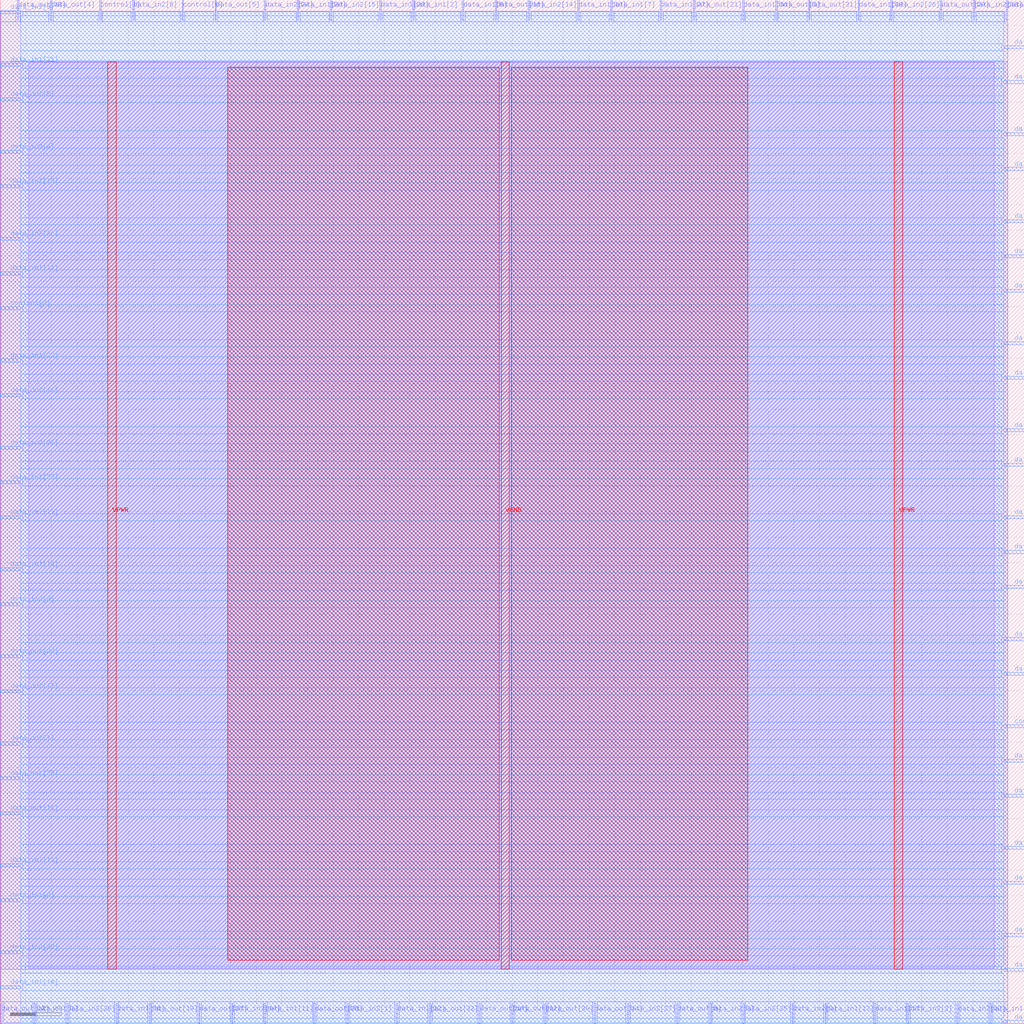
<source format=lef>
VERSION 5.7 ;
  NOWIREEXTENSIONATPIN ON ;
  DIVIDERCHAR "/" ;
  BUSBITCHARS "[]" ;
MACRO alu
  CLASS BLOCK ;
  FOREIGN alu ;
  ORIGIN 0.000 0.000 ;
  SIZE 200.000 BY 200.000 ;
  PIN VGND
    USE GROUND ;
    PORT
      LAYER met4 ;
        RECT 97.840 10.640 99.440 187.920 ;
    END
  END VGND
  PIN VPWR
    USE POWER ;
    PORT
      LAYER met4 ;
        RECT 174.640 10.640 176.240 187.920 ;
    END
    PORT
      LAYER met4 ;
        RECT 21.040 10.640 22.640 187.920 ;
    END
  END VPWR
  PIN control[0]
    PORT
      LAYER met2 ;
        RECT 35.510 196.000 35.790 200.000 ;
    END
  END control[0]
  PIN control[1]
    PORT
      LAYER met2 ;
        RECT 19.410 196.000 19.690 200.000 ;
    END
  END control[1]
  PIN control[2]
    PORT
      LAYER met3 ;
        RECT 0.000 139.440 4.000 140.040 ;
    END
  END control[2]
  PIN control[3]
    PORT
      LAYER met3 ;
        RECT 196.000 57.840 200.000 58.440 ;
    END
  END control[3]
  PIN data_in1[0]
    PORT
      LAYER met3 ;
        RECT 196.000 125.840 200.000 126.440 ;
    END
  END data_in1[0]
  PIN data_in1[10]
    PORT
      LAYER met2 ;
        RECT 112.790 196.000 113.070 200.000 ;
    END
  END data_in1[10]
  PIN data_in1[11]
    PORT
      LAYER met2 ;
        RECT 51.610 0.000 51.890 4.000 ;
    END
  END data_in1[11]
  PIN data_in1[12]
    PORT
      LAYER met2 ;
        RECT 77.370 0.000 77.650 4.000 ;
    END
  END data_in1[12]
  PIN data_in1[13]
    PORT
      LAYER met2 ;
        RECT 161.090 0.000 161.370 4.000 ;
    END
  END data_in1[13]
  PIN data_in1[14]
    PORT
      LAYER met3 ;
        RECT 0.000 6.840 4.000 7.440 ;
    END
  END data_in1[14]
  PIN data_in1[15]
    PORT
      LAYER met3 ;
        RECT 196.000 156.440 200.000 157.040 ;
    END
  END data_in1[15]
  PIN data_in1[16]
    PORT
      LAYER met2 ;
        RECT 22.630 0.000 22.910 4.000 ;
    END
  END data_in1[16]
  PIN data_in1[17]
    PORT
      LAYER met2 ;
        RECT 170.750 0.000 171.030 4.000 ;
    END
  END data_in1[17]
  PIN data_in1[18]
    PORT
      LAYER met3 ;
        RECT 0.000 163.240 4.000 163.840 ;
    END
  END data_in1[18]
  PIN data_in1[19]
    PORT
      LAYER met2 ;
        RECT 167.530 196.000 167.810 200.000 ;
    END
  END data_in1[19]
  PIN data_in1[1]
    PORT
      LAYER met3 ;
        RECT 196.000 98.640 200.000 99.240 ;
    END
  END data_in1[1]
  PIN data_in1[20]
    PORT
      LAYER met2 ;
        RECT 58.050 196.000 58.330 200.000 ;
    END
  END data_in1[20]
  PIN data_in1[21]
    PORT
      LAYER met3 ;
        RECT 0.000 187.040 4.000 187.640 ;
    END
  END data_in1[21]
  PIN data_in1[22]
    PORT
      LAYER met3 ;
        RECT 0.000 129.240 4.000 129.840 ;
    END
  END data_in1[22]
  PIN data_in1[23]
    PORT
      LAYER met2 ;
        RECT 193.290 0.000 193.570 4.000 ;
    END
  END data_in1[23]
  PIN data_in1[24]
    PORT
      LAYER met3 ;
        RECT 0.000 88.440 4.000 89.040 ;
    END
  END data_in1[24]
  PIN data_in1[25]
    PORT
      LAYER met3 ;
        RECT 196.000 173.440 200.000 174.040 ;
    END
  END data_in1[25]
  PIN data_in1[26]
    PORT
      LAYER met3 ;
        RECT 196.000 27.240 200.000 27.840 ;
    END
  END data_in1[26]
  PIN data_in1[27]
    PORT
      LAYER met2 ;
        RECT 128.890 196.000 129.170 200.000 ;
    END
  END data_in1[27]
  PIN data_in1[28]
    PORT
      LAYER met3 ;
        RECT 0.000 105.440 4.000 106.040 ;
    END
  END data_in1[28]
  PIN data_in1[29]
    PORT
      LAYER met2 ;
        RECT 74.150 196.000 74.430 200.000 ;
    END
  END data_in1[29]
  PIN data_in1[2]
    PORT
      LAYER met2 ;
        RECT 80.590 196.000 80.870 200.000 ;
    END
  END data_in1[2]
  PIN data_in1[30]
    PORT
      LAYER met2 ;
        RECT 144.990 196.000 145.270 200.000 ;
    END
  END data_in1[30]
  PIN data_in1[31]
    PORT
      LAYER met3 ;
        RECT 0.000 146.240 4.000 146.840 ;
    END
  END data_in1[31]
  PIN data_in1[3]
    PORT
      LAYER met3 ;
        RECT 196.000 190.440 200.000 191.040 ;
    END
  END data_in1[3]
  PIN data_in1[4]
    PORT
      LAYER met3 ;
        RECT 196.000 166.640 200.000 167.240 ;
    END
  END data_in1[4]
  PIN data_in1[5]
    PORT
      LAYER met3 ;
        RECT 196.000 183.640 200.000 184.240 ;
    END
  END data_in1[5]
  PIN data_in1[6]
    PORT
      LAYER met3 ;
        RECT 196.000 44.240 200.000 44.840 ;
    END
  END data_in1[6]
  PIN data_in1[7]
    PORT
      LAYER met2 ;
        RECT 119.230 196.000 119.510 200.000 ;
    END
  END data_in1[7]
  PIN data_in1[8]
    PORT
      LAYER met2 ;
        RECT 90.250 196.000 90.530 200.000 ;
    END
  END data_in1[8]
  PIN data_in1[9]
    PORT
      LAYER met3 ;
        RECT 0.000 23.840 4.000 24.440 ;
    END
  END data_in1[9]
  PIN data_in2[0]
    PORT
      LAYER met3 ;
        RECT 0.000 197.240 4.000 197.840 ;
    END
  END data_in2[0]
  PIN data_in2[10]
    PORT
      LAYER met2 ;
        RECT 45.170 0.000 45.450 4.000 ;
    END
  END data_in2[10]
  PIN data_in2[11]
    PORT
      LAYER met3 ;
        RECT 196.000 142.840 200.000 143.440 ;
    END
  END data_in2[11]
  PIN data_in2[12]
    PORT
      LAYER met2 ;
        RECT 186.850 0.000 187.130 4.000 ;
    END
  END data_in2[12]
  PIN data_in2[13]
    PORT
      LAYER met3 ;
        RECT 196.000 74.840 200.000 75.440 ;
    END
  END data_in2[13]
  PIN data_in2[14]
    PORT
      LAYER met2 ;
        RECT 103.130 196.000 103.410 200.000 ;
    END
  END data_in2[14]
  PIN data_in2[15]
    PORT
      LAYER met2 ;
        RECT 64.490 196.000 64.770 200.000 ;
    END
  END data_in2[15]
  PIN data_in2[16]
    PORT
      LAYER met3 ;
        RECT 196.000 0.040 200.000 0.640 ;
    END
  END data_in2[16]
  PIN data_in2[17]
    PORT
      LAYER met3 ;
        RECT 196.000 149.640 200.000 150.240 ;
    END
  END data_in2[17]
  PIN data_in2[18]
    PORT
      LAYER met2 ;
        RECT 190.070 196.000 190.350 200.000 ;
    END
  END data_in2[18]
  PIN data_in2[19]
    PORT
      LAYER met3 ;
        RECT 0.000 30.640 4.000 31.240 ;
    END
  END data_in2[19]
  PIN data_in2[1]
    PORT
      LAYER met2 ;
        RECT 67.710 0.000 67.990 4.000 ;
    END
  END data_in2[1]
  PIN data_in2[20]
    PORT
      LAYER met3 ;
        RECT 196.000 34.040 200.000 34.640 ;
    END
  END data_in2[20]
  PIN data_in2[21]
    PORT
      LAYER met3 ;
        RECT 0.000 112.240 4.000 112.840 ;
    END
  END data_in2[21]
  PIN data_in2[22]
    PORT
      LAYER met3 ;
        RECT 0.000 13.640 4.000 14.240 ;
    END
  END data_in2[22]
  PIN data_in2[23]
    PORT
      LAYER met3 ;
        RECT 0.000 153.040 4.000 153.640 ;
    END
  END data_in2[23]
  PIN data_in2[24]
    PORT
      LAYER met2 ;
        RECT 51.610 196.000 51.890 200.000 ;
    END
  END data_in2[24]
  PIN data_in2[25]
    PORT
      LAYER met2 ;
        RECT 144.990 0.000 145.270 4.000 ;
    END
  END data_in2[25]
  PIN data_in2[26]
    PORT
      LAYER met2 ;
        RECT 173.970 196.000 174.250 200.000 ;
    END
  END data_in2[26]
  PIN data_in2[27]
    PORT
      LAYER met2 ;
        RECT 122.450 0.000 122.730 4.000 ;
    END
  END data_in2[27]
  PIN data_in2[28]
    PORT
      LAYER met2 ;
        RECT 12.970 0.000 13.250 4.000 ;
    END
  END data_in2[28]
  PIN data_in2[29]
    PORT
      LAYER met3 ;
        RECT 0.000 98.640 4.000 99.240 ;
    END
  END data_in2[29]
  PIN data_in2[2]
    PORT
      LAYER met2 ;
        RECT 177.190 0.000 177.470 4.000 ;
    END
  END data_in2[2]
  PIN data_in2[30]
    PORT
      LAYER met3 ;
        RECT 196.000 85.040 200.000 85.640 ;
    END
  END data_in2[30]
  PIN data_in2[31]
    PORT
      LAYER met3 ;
        RECT 196.000 51.040 200.000 51.640 ;
    END
  END data_in2[31]
  PIN data_in2[3]
    PORT
      LAYER met2 ;
        RECT 138.550 0.000 138.830 4.000 ;
    END
  END data_in2[3]
  PIN data_in2[4]
    PORT
      LAYER met3 ;
        RECT 0.000 170.040 4.000 170.640 ;
    END
  END data_in2[4]
  PIN data_in2[5]
    PORT
      LAYER met3 ;
        RECT 196.000 10.240 200.000 10.840 ;
    END
  END data_in2[5]
  PIN data_in2[6]
    PORT
      LAYER met2 ;
        RECT 25.850 196.000 26.130 200.000 ;
    END
  END data_in2[6]
  PIN data_in2[7]
    PORT
      LAYER met3 ;
        RECT 196.000 68.040 200.000 68.640 ;
    END
  END data_in2[7]
  PIN data_in2[8]
    PORT
      LAYER met3 ;
        RECT 0.000 81.640 4.000 82.240 ;
    END
  END data_in2[8]
  PIN data_in2[9]
    PORT
      LAYER met2 ;
        RECT 154.650 0.000 154.930 4.000 ;
    END
  END data_in2[9]
  PIN data_out[0]
    PORT
      LAYER met3 ;
        RECT 196.000 132.640 200.000 133.240 ;
    END
  END data_out[0]
  PIN data_out[10]
    PORT
      LAYER met2 ;
        RECT 93.470 0.000 93.750 4.000 ;
    END
  END data_out[10]
  PIN data_out[11]
    PORT
      LAYER met3 ;
        RECT 0.000 122.440 4.000 123.040 ;
    END
  END data_out[11]
  PIN data_out[12]
    PORT
      LAYER met2 ;
        RECT 99.910 0.000 100.190 4.000 ;
    END
  END data_out[12]
  PIN data_out[13]
    PORT
      LAYER met2 ;
        RECT 0.090 0.000 0.370 4.000 ;
    END
  END data_out[13]
  PIN data_out[14]
    PORT
      LAYER met2 ;
        RECT 116.010 0.000 116.290 4.000 ;
    END
  END data_out[14]
  PIN data_out[15]
    PORT
      LAYER met3 ;
        RECT 0.000 40.840 4.000 41.440 ;
    END
  END data_out[15]
  PIN data_out[16]
    PORT
      LAYER met2 ;
        RECT 96.690 196.000 96.970 200.000 ;
    END
  END data_out[16]
  PIN data_out[17]
    PORT
      LAYER met3 ;
        RECT 0.000 64.640 4.000 65.240 ;
    END
  END data_out[17]
  PIN data_out[18]
    PORT
      LAYER met2 ;
        RECT 3.310 196.000 3.590 200.000 ;
    END
  END data_out[18]
  PIN data_out[19]
    PORT
      LAYER met2 ;
        RECT 29.070 0.000 29.350 4.000 ;
    END
  END data_out[19]
  PIN data_out[1]
    PORT
      LAYER met2 ;
        RECT 6.530 0.000 6.810 4.000 ;
    END
  END data_out[1]
  PIN data_out[20]
    PORT
      LAYER met2 ;
        RECT 183.630 196.000 183.910 200.000 ;
    END
  END data_out[20]
  PIN data_out[21]
    PORT
      LAYER met2 ;
        RECT 135.330 196.000 135.610 200.000 ;
    END
  END data_out[21]
  PIN data_out[22]
    PORT
      LAYER met2 ;
        RECT 83.810 0.000 84.090 4.000 ;
    END
  END data_out[22]
  PIN data_out[23]
    PORT
      LAYER met2 ;
        RECT 196.510 196.000 196.790 200.000 ;
    END
  END data_out[23]
  PIN data_out[24]
    PORT
      LAYER met3 ;
        RECT 196.000 17.040 200.000 17.640 ;
    END
  END data_out[24]
  PIN data_out[25]
    PORT
      LAYER met3 ;
        RECT 0.000 47.640 4.000 48.240 ;
    END
  END data_out[25]
  PIN data_out[26]
    PORT
      LAYER met3 ;
        RECT 196.000 108.840 200.000 109.440 ;
    END
  END data_out[26]
  PIN data_out[27]
    PORT
      LAYER met2 ;
        RECT 38.730 0.000 39.010 4.000 ;
    END
  END data_out[27]
  PIN data_out[28]
    PORT
      LAYER met2 ;
        RECT 61.270 0.000 61.550 4.000 ;
    END
  END data_out[28]
  PIN data_out[29]
    PORT
      LAYER met3 ;
        RECT 0.000 71.440 4.000 72.040 ;
    END
  END data_out[29]
  PIN data_out[2]
    PORT
      LAYER met3 ;
        RECT 196.000 115.640 200.000 116.240 ;
    END
  END data_out[2]
  PIN data_out[30]
    PORT
      LAYER met2 ;
        RECT 106.350 0.000 106.630 4.000 ;
    END
  END data_out[30]
  PIN data_out[31]
    PORT
      LAYER met2 ;
        RECT 157.870 196.000 158.150 200.000 ;
    END
  END data_out[31]
  PIN data_out[3]
    PORT
      LAYER met2 ;
        RECT 151.430 196.000 151.710 200.000 ;
    END
  END data_out[3]
  PIN data_out[4]
    PORT
      LAYER met2 ;
        RECT 9.750 196.000 10.030 200.000 ;
    END
  END data_out[4]
  PIN data_out[5]
    PORT
      LAYER met2 ;
        RECT 41.950 196.000 42.230 200.000 ;
    END
  END data_out[5]
  PIN data_out[6]
    PORT
      LAYER met2 ;
        RECT 132.110 0.000 132.390 4.000 ;
    END
  END data_out[6]
  PIN data_out[7]
    PORT
      LAYER met3 ;
        RECT 0.000 54.440 4.000 55.040 ;
    END
  END data_out[7]
  PIN data_out[8]
    PORT
      LAYER met3 ;
        RECT 0.000 180.240 4.000 180.840 ;
    END
  END data_out[8]
  PIN data_out[9]
    PORT
      LAYER met3 ;
        RECT 196.000 91.840 200.000 92.440 ;
    END
  END data_out[9]
  OBS
      LAYER li1 ;
        RECT 5.520 10.795 194.120 187.765 ;
      LAYER met1 ;
        RECT 0.070 10.640 196.810 187.920 ;
      LAYER met2 ;
        RECT 0.100 195.720 3.030 197.725 ;
        RECT 3.870 195.720 9.470 197.725 ;
        RECT 10.310 195.720 19.130 197.725 ;
        RECT 19.970 195.720 25.570 197.725 ;
        RECT 26.410 195.720 35.230 197.725 ;
        RECT 36.070 195.720 41.670 197.725 ;
        RECT 42.510 195.720 51.330 197.725 ;
        RECT 52.170 195.720 57.770 197.725 ;
        RECT 58.610 195.720 64.210 197.725 ;
        RECT 65.050 195.720 73.870 197.725 ;
        RECT 74.710 195.720 80.310 197.725 ;
        RECT 81.150 195.720 89.970 197.725 ;
        RECT 90.810 195.720 96.410 197.725 ;
        RECT 97.250 195.720 102.850 197.725 ;
        RECT 103.690 195.720 112.510 197.725 ;
        RECT 113.350 195.720 118.950 197.725 ;
        RECT 119.790 195.720 128.610 197.725 ;
        RECT 129.450 195.720 135.050 197.725 ;
        RECT 135.890 195.720 144.710 197.725 ;
        RECT 145.550 195.720 151.150 197.725 ;
        RECT 151.990 195.720 157.590 197.725 ;
        RECT 158.430 195.720 167.250 197.725 ;
        RECT 168.090 195.720 173.690 197.725 ;
        RECT 174.530 195.720 183.350 197.725 ;
        RECT 184.190 195.720 189.790 197.725 ;
        RECT 190.630 195.720 196.230 197.725 ;
        RECT 0.100 4.280 196.780 195.720 ;
        RECT 0.650 0.155 6.250 4.280 ;
        RECT 7.090 0.155 12.690 4.280 ;
        RECT 13.530 0.155 22.350 4.280 ;
        RECT 23.190 0.155 28.790 4.280 ;
        RECT 29.630 0.155 38.450 4.280 ;
        RECT 39.290 0.155 44.890 4.280 ;
        RECT 45.730 0.155 51.330 4.280 ;
        RECT 52.170 0.155 60.990 4.280 ;
        RECT 61.830 0.155 67.430 4.280 ;
        RECT 68.270 0.155 77.090 4.280 ;
        RECT 77.930 0.155 83.530 4.280 ;
        RECT 84.370 0.155 93.190 4.280 ;
        RECT 94.030 0.155 99.630 4.280 ;
        RECT 100.470 0.155 106.070 4.280 ;
        RECT 106.910 0.155 115.730 4.280 ;
        RECT 116.570 0.155 122.170 4.280 ;
        RECT 123.010 0.155 131.830 4.280 ;
        RECT 132.670 0.155 138.270 4.280 ;
        RECT 139.110 0.155 144.710 4.280 ;
        RECT 145.550 0.155 154.370 4.280 ;
        RECT 155.210 0.155 160.810 4.280 ;
        RECT 161.650 0.155 170.470 4.280 ;
        RECT 171.310 0.155 176.910 4.280 ;
        RECT 177.750 0.155 186.570 4.280 ;
        RECT 187.410 0.155 193.010 4.280 ;
        RECT 193.850 0.155 196.780 4.280 ;
      LAYER met3 ;
        RECT 4.400 196.840 196.000 197.705 ;
        RECT 4.000 191.440 196.000 196.840 ;
        RECT 4.000 190.040 195.600 191.440 ;
        RECT 4.000 188.040 196.000 190.040 ;
        RECT 4.400 186.640 196.000 188.040 ;
        RECT 4.000 184.640 196.000 186.640 ;
        RECT 4.000 183.240 195.600 184.640 ;
        RECT 4.000 181.240 196.000 183.240 ;
        RECT 4.400 179.840 196.000 181.240 ;
        RECT 4.000 174.440 196.000 179.840 ;
        RECT 4.000 173.040 195.600 174.440 ;
        RECT 4.000 171.040 196.000 173.040 ;
        RECT 4.400 169.640 196.000 171.040 ;
        RECT 4.000 167.640 196.000 169.640 ;
        RECT 4.000 166.240 195.600 167.640 ;
        RECT 4.000 164.240 196.000 166.240 ;
        RECT 4.400 162.840 196.000 164.240 ;
        RECT 4.000 157.440 196.000 162.840 ;
        RECT 4.000 156.040 195.600 157.440 ;
        RECT 4.000 154.040 196.000 156.040 ;
        RECT 4.400 152.640 196.000 154.040 ;
        RECT 4.000 150.640 196.000 152.640 ;
        RECT 4.000 149.240 195.600 150.640 ;
        RECT 4.000 147.240 196.000 149.240 ;
        RECT 4.400 145.840 196.000 147.240 ;
        RECT 4.000 143.840 196.000 145.840 ;
        RECT 4.000 142.440 195.600 143.840 ;
        RECT 4.000 140.440 196.000 142.440 ;
        RECT 4.400 139.040 196.000 140.440 ;
        RECT 4.000 133.640 196.000 139.040 ;
        RECT 4.000 132.240 195.600 133.640 ;
        RECT 4.000 130.240 196.000 132.240 ;
        RECT 4.400 128.840 196.000 130.240 ;
        RECT 4.000 126.840 196.000 128.840 ;
        RECT 4.000 125.440 195.600 126.840 ;
        RECT 4.000 123.440 196.000 125.440 ;
        RECT 4.400 122.040 196.000 123.440 ;
        RECT 4.000 116.640 196.000 122.040 ;
        RECT 4.000 115.240 195.600 116.640 ;
        RECT 4.000 113.240 196.000 115.240 ;
        RECT 4.400 111.840 196.000 113.240 ;
        RECT 4.000 109.840 196.000 111.840 ;
        RECT 4.000 108.440 195.600 109.840 ;
        RECT 4.000 106.440 196.000 108.440 ;
        RECT 4.400 105.040 196.000 106.440 ;
        RECT 4.000 99.640 196.000 105.040 ;
        RECT 4.400 98.240 195.600 99.640 ;
        RECT 4.000 92.840 196.000 98.240 ;
        RECT 4.000 91.440 195.600 92.840 ;
        RECT 4.000 89.440 196.000 91.440 ;
        RECT 4.400 88.040 196.000 89.440 ;
        RECT 4.000 86.040 196.000 88.040 ;
        RECT 4.000 84.640 195.600 86.040 ;
        RECT 4.000 82.640 196.000 84.640 ;
        RECT 4.400 81.240 196.000 82.640 ;
        RECT 4.000 75.840 196.000 81.240 ;
        RECT 4.000 74.440 195.600 75.840 ;
        RECT 4.000 72.440 196.000 74.440 ;
        RECT 4.400 71.040 196.000 72.440 ;
        RECT 4.000 69.040 196.000 71.040 ;
        RECT 4.000 67.640 195.600 69.040 ;
        RECT 4.000 65.640 196.000 67.640 ;
        RECT 4.400 64.240 196.000 65.640 ;
        RECT 4.000 58.840 196.000 64.240 ;
        RECT 4.000 57.440 195.600 58.840 ;
        RECT 4.000 55.440 196.000 57.440 ;
        RECT 4.400 54.040 196.000 55.440 ;
        RECT 4.000 52.040 196.000 54.040 ;
        RECT 4.000 50.640 195.600 52.040 ;
        RECT 4.000 48.640 196.000 50.640 ;
        RECT 4.400 47.240 196.000 48.640 ;
        RECT 4.000 45.240 196.000 47.240 ;
        RECT 4.000 43.840 195.600 45.240 ;
        RECT 4.000 41.840 196.000 43.840 ;
        RECT 4.400 40.440 196.000 41.840 ;
        RECT 4.000 35.040 196.000 40.440 ;
        RECT 4.000 33.640 195.600 35.040 ;
        RECT 4.000 31.640 196.000 33.640 ;
        RECT 4.400 30.240 196.000 31.640 ;
        RECT 4.000 28.240 196.000 30.240 ;
        RECT 4.000 26.840 195.600 28.240 ;
        RECT 4.000 24.840 196.000 26.840 ;
        RECT 4.400 23.440 196.000 24.840 ;
        RECT 4.000 18.040 196.000 23.440 ;
        RECT 4.000 16.640 195.600 18.040 ;
        RECT 4.000 14.640 196.000 16.640 ;
        RECT 4.400 13.240 196.000 14.640 ;
        RECT 4.000 11.240 196.000 13.240 ;
        RECT 4.000 9.840 195.600 11.240 ;
        RECT 4.000 7.840 196.000 9.840 ;
        RECT 4.400 6.440 196.000 7.840 ;
        RECT 4.000 1.040 196.000 6.440 ;
        RECT 4.000 0.175 195.600 1.040 ;
      LAYER met4 ;
        RECT 44.455 12.415 97.440 186.825 ;
        RECT 99.840 12.415 145.985 186.825 ;
  END
END alu
END LIBRARY


</source>
